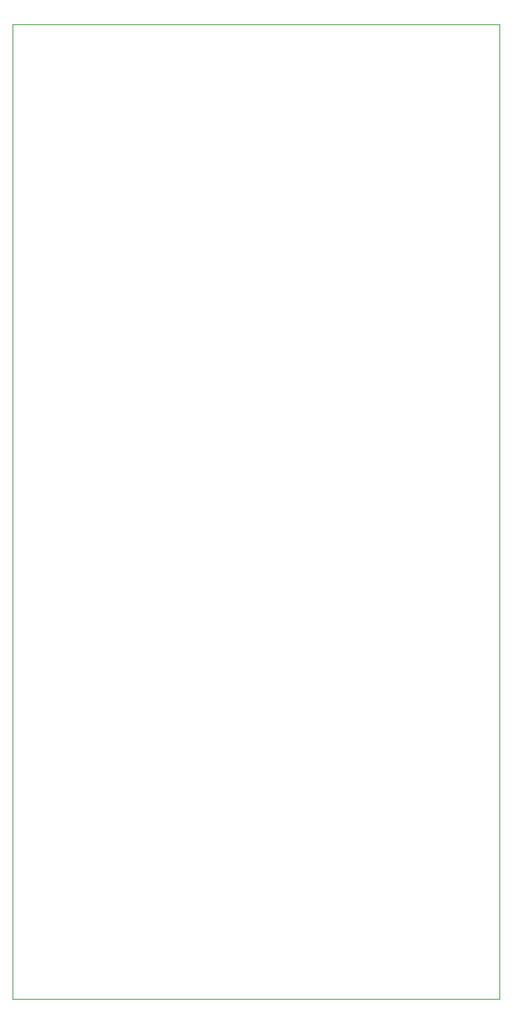
<source format=gbr>
%TF.GenerationSoftware,KiCad,Pcbnew,8.0.4-8.0.4-0~ubuntu24.04.1*%
%TF.CreationDate,2024-08-18T17:45:04-07:00*%
%TF.ProjectId,shadow_tracer,73686164-6f77-45f7-9472-616365722e6b,rev?*%
%TF.SameCoordinates,Original*%
%TF.FileFunction,Profile,NP*%
%FSLAX46Y46*%
G04 Gerber Fmt 4.6, Leading zero omitted, Abs format (unit mm)*
G04 Created by KiCad (PCBNEW 8.0.4-8.0.4-0~ubuntu24.04.1) date 2024-08-18 17:45:04*
%MOMM*%
%LPD*%
G01*
G04 APERTURE LIST*
%TA.AperFunction,Profile*%
%ADD10C,0.100000*%
%TD*%
G04 APERTURE END LIST*
D10*
X121412000Y-56642000D02*
X177292000Y-56642000D01*
X177292000Y-168402000D01*
X121412000Y-168402000D01*
X121412000Y-56642000D01*
M02*

</source>
